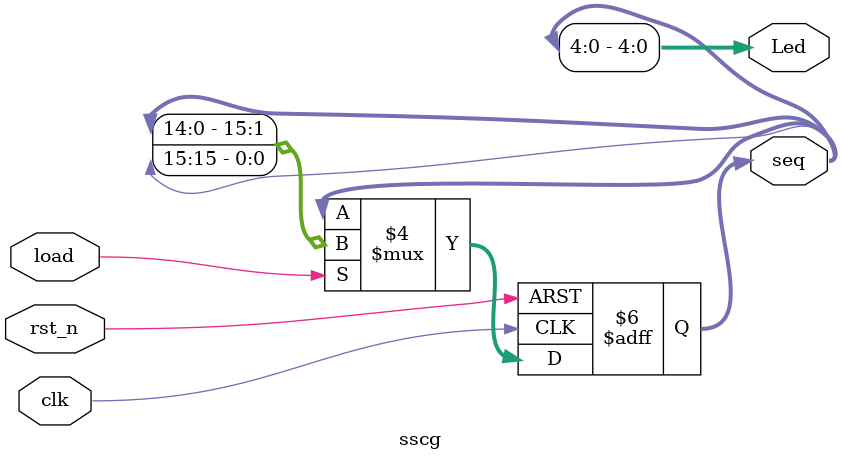
<source format=v>
module sscg(
	input clk,
	input rst_n,
	input load,
	
	output reg [15:0] seq,
	output wire [4:0] Led 
	);
	
	// wire
	// reg
	// parameter
	parameter [15:0] seq_pre =  16'b0000_1101_1001_0101;
	// parameter [4:0] seq_dec = 5'b10110;
	
	// Shift register
	/*
	always@(posedge clk, negedge rst_n) begin
		if(!rst_n) seq <= 0;
		else if(load) seq <= seq_pre;
		else begin
			seq <= {seq[14:0],seq[15]};
		end
	end
	*/
	always@(posedge clk, negedge rst_n) begin
		if(!rst_n) seq <= seq_pre;
		else begin
			if(load) begin
				seq <= {seq[14:0],seq[15]};
			end
			else begin
				seq <= seq;
			end
		end
	end

	assign Led = seq[4:0];

endmodule
</source>
